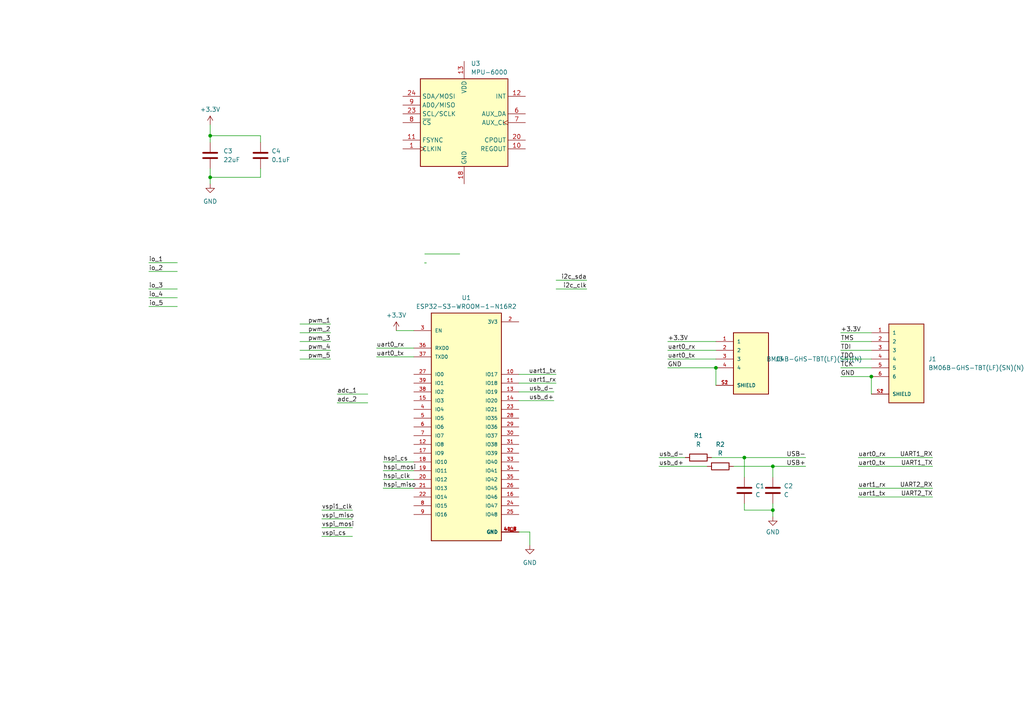
<source format=kicad_sch>
(kicad_sch (version 20230121) (generator eeschema)

  (uuid 988ee502-8596-4ebe-9b99-0eb76e7d156a)

  (paper "A4")

  (lib_symbols
    (symbol "Device:C" (pin_numbers hide) (pin_names (offset 0.254)) (in_bom yes) (on_board yes)
      (property "Reference" "C" (at 0.635 2.54 0)
        (effects (font (size 1.27 1.27)) (justify left))
      )
      (property "Value" "C" (at 0.635 -2.54 0)
        (effects (font (size 1.27 1.27)) (justify left))
      )
      (property "Footprint" "" (at 0.9652 -3.81 0)
        (effects (font (size 1.27 1.27)) hide)
      )
      (property "Datasheet" "~" (at 0 0 0)
        (effects (font (size 1.27 1.27)) hide)
      )
      (property "ki_keywords" "cap capacitor" (at 0 0 0)
        (effects (font (size 1.27 1.27)) hide)
      )
      (property "ki_description" "Unpolarized capacitor" (at 0 0 0)
        (effects (font (size 1.27 1.27)) hide)
      )
      (property "ki_fp_filters" "C_*" (at 0 0 0)
        (effects (font (size 1.27 1.27)) hide)
      )
      (symbol "C_0_1"
        (polyline
          (pts
            (xy -2.032 -0.762)
            (xy 2.032 -0.762)
          )
          (stroke (width 0.508) (type default))
          (fill (type none))
        )
        (polyline
          (pts
            (xy -2.032 0.762)
            (xy 2.032 0.762)
          )
          (stroke (width 0.508) (type default))
          (fill (type none))
        )
      )
      (symbol "C_1_1"
        (pin passive line (at 0 3.81 270) (length 2.794)
          (name "~" (effects (font (size 1.27 1.27))))
          (number "1" (effects (font (size 1.27 1.27))))
        )
        (pin passive line (at 0 -3.81 90) (length 2.794)
          (name "~" (effects (font (size 1.27 1.27))))
          (number "2" (effects (font (size 1.27 1.27))))
        )
      )
    )
    (symbol "Device:R" (pin_numbers hide) (pin_names (offset 0)) (in_bom yes) (on_board yes)
      (property "Reference" "R" (at 2.032 0 90)
        (effects (font (size 1.27 1.27)))
      )
      (property "Value" "R" (at 0 0 90)
        (effects (font (size 1.27 1.27)))
      )
      (property "Footprint" "" (at -1.778 0 90)
        (effects (font (size 1.27 1.27)) hide)
      )
      (property "Datasheet" "~" (at 0 0 0)
        (effects (font (size 1.27 1.27)) hide)
      )
      (property "ki_keywords" "R res resistor" (at 0 0 0)
        (effects (font (size 1.27 1.27)) hide)
      )
      (property "ki_description" "Resistor" (at 0 0 0)
        (effects (font (size 1.27 1.27)) hide)
      )
      (property "ki_fp_filters" "R_*" (at 0 0 0)
        (effects (font (size 1.27 1.27)) hide)
      )
      (symbol "R_0_1"
        (rectangle (start -1.016 -2.54) (end 1.016 2.54)
          (stroke (width 0.254) (type default))
          (fill (type none))
        )
      )
      (symbol "R_1_1"
        (pin passive line (at 0 3.81 270) (length 1.27)
          (name "~" (effects (font (size 1.27 1.27))))
          (number "1" (effects (font (size 1.27 1.27))))
        )
        (pin passive line (at 0 -3.81 90) (length 1.27)
          (name "~" (effects (font (size 1.27 1.27))))
          (number "2" (effects (font (size 1.27 1.27))))
        )
      )
    )
    (symbol "ESP32-S3-WROOM-1:ESP32-S3-WROOM-1-N16R2" (pin_names (offset 1.016)) (in_bom yes) (on_board yes)
      (property "Reference" "U" (at -10.16 34.1122 0)
        (effects (font (size 1.27 1.27)) (justify left bottom))
      )
      (property "Value" "ESP32-S3-WROOM-1-N16R2" (at -10.16 -35.56 0)
        (effects (font (size 1.27 1.27)) (justify left bottom))
      )
      (property "Footprint" "XCVR_ESP32-S3-WROOM-1-N16R2" (at 0 0 0)
        (effects (font (size 1.27 1.27)) (justify bottom) hide)
      )
      (property "Datasheet" "" (at 0 0 0)
        (effects (font (size 1.27 1.27)) hide)
      )
      (property "PARTREV" "v1.0" (at 0 0 0)
        (effects (font (size 1.27 1.27)) (justify bottom) hide)
      )
      (property "MANUFACTURER" "Espressif" (at 0 0 0)
        (effects (font (size 1.27 1.27)) (justify bottom) hide)
      )
      (property "MAXIMUM_PACKAGE_HEIGHT" "3.25mm" (at 0 0 0)
        (effects (font (size 1.27 1.27)) (justify bottom) hide)
      )
      (property "STANDARD" "Manufacturer Recommendations" (at 0 0 0)
        (effects (font (size 1.27 1.27)) (justify bottom) hide)
      )
      (symbol "ESP32-S3-WROOM-1-N16R2_0_0"
        (rectangle (start -10.16 -33.02) (end 10.16 33.02)
          (stroke (width 0.254) (type default))
          (fill (type background))
        )
        (pin power_in line (at 15.24 -30.48 180) (length 5.08)
          (name "GND" (effects (font (size 1.016 1.016))))
          (number "1" (effects (font (size 1.016 1.016))))
        )
        (pin bidirectional line (at 15.24 15.24 180) (length 5.08)
          (name "IO17" (effects (font (size 1.016 1.016))))
          (number "10" (effects (font (size 1.016 1.016))))
        )
        (pin bidirectional line (at 15.24 12.7 180) (length 5.08)
          (name "IO18" (effects (font (size 1.016 1.016))))
          (number "11" (effects (font (size 1.016 1.016))))
        )
        (pin bidirectional line (at -15.24 -5.08 0) (length 5.08)
          (name "IO8" (effects (font (size 1.016 1.016))))
          (number "12" (effects (font (size 1.016 1.016))))
        )
        (pin bidirectional line (at 15.24 10.16 180) (length 5.08)
          (name "IO19" (effects (font (size 1.016 1.016))))
          (number "13" (effects (font (size 1.016 1.016))))
        )
        (pin bidirectional line (at 15.24 7.62 180) (length 5.08)
          (name "IO20" (effects (font (size 1.016 1.016))))
          (number "14" (effects (font (size 1.016 1.016))))
        )
        (pin bidirectional line (at -15.24 7.62 0) (length 5.08)
          (name "IO3" (effects (font (size 1.016 1.016))))
          (number "15" (effects (font (size 1.016 1.016))))
        )
        (pin bidirectional line (at 15.24 -20.32 180) (length 5.08)
          (name "IO46" (effects (font (size 1.016 1.016))))
          (number "16" (effects (font (size 1.016 1.016))))
        )
        (pin bidirectional line (at -15.24 -7.62 0) (length 5.08)
          (name "IO9" (effects (font (size 1.016 1.016))))
          (number "17" (effects (font (size 1.016 1.016))))
        )
        (pin bidirectional line (at -15.24 -10.16 0) (length 5.08)
          (name "IO10" (effects (font (size 1.016 1.016))))
          (number "18" (effects (font (size 1.016 1.016))))
        )
        (pin bidirectional line (at -15.24 -12.7 0) (length 5.08)
          (name "IO11" (effects (font (size 1.016 1.016))))
          (number "19" (effects (font (size 1.016 1.016))))
        )
        (pin power_in line (at 15.24 30.48 180) (length 5.08)
          (name "3V3" (effects (font (size 1.016 1.016))))
          (number "2" (effects (font (size 1.016 1.016))))
        )
        (pin bidirectional line (at -15.24 -15.24 0) (length 5.08)
          (name "IO12" (effects (font (size 1.016 1.016))))
          (number "20" (effects (font (size 1.016 1.016))))
        )
        (pin bidirectional line (at -15.24 -17.78 0) (length 5.08)
          (name "IO13" (effects (font (size 1.016 1.016))))
          (number "21" (effects (font (size 1.016 1.016))))
        )
        (pin bidirectional line (at -15.24 -20.32 0) (length 5.08)
          (name "IO14" (effects (font (size 1.016 1.016))))
          (number "22" (effects (font (size 1.016 1.016))))
        )
        (pin bidirectional line (at 15.24 5.08 180) (length 5.08)
          (name "IO21" (effects (font (size 1.016 1.016))))
          (number "23" (effects (font (size 1.016 1.016))))
        )
        (pin bidirectional line (at 15.24 -22.86 180) (length 5.08)
          (name "IO47" (effects (font (size 1.016 1.016))))
          (number "24" (effects (font (size 1.016 1.016))))
        )
        (pin bidirectional line (at 15.24 -25.4 180) (length 5.08)
          (name "IO48" (effects (font (size 1.016 1.016))))
          (number "25" (effects (font (size 1.016 1.016))))
        )
        (pin bidirectional line (at 15.24 -17.78 180) (length 5.08)
          (name "IO45" (effects (font (size 1.016 1.016))))
          (number "26" (effects (font (size 1.016 1.016))))
        )
        (pin bidirectional line (at -15.24 15.24 0) (length 5.08)
          (name "IO0" (effects (font (size 1.016 1.016))))
          (number "27" (effects (font (size 1.016 1.016))))
        )
        (pin bidirectional line (at 15.24 2.54 180) (length 5.08)
          (name "IO35" (effects (font (size 1.016 1.016))))
          (number "28" (effects (font (size 1.016 1.016))))
        )
        (pin bidirectional line (at 15.24 0 180) (length 5.08)
          (name "IO36" (effects (font (size 1.016 1.016))))
          (number "29" (effects (font (size 1.016 1.016))))
        )
        (pin input line (at -15.24 27.94 0) (length 5.08)
          (name "EN" (effects (font (size 1.016 1.016))))
          (number "3" (effects (font (size 1.016 1.016))))
        )
        (pin bidirectional line (at 15.24 -2.54 180) (length 5.08)
          (name "IO37" (effects (font (size 1.016 1.016))))
          (number "30" (effects (font (size 1.016 1.016))))
        )
        (pin bidirectional line (at 15.24 -5.08 180) (length 5.08)
          (name "IO38" (effects (font (size 1.016 1.016))))
          (number "31" (effects (font (size 1.016 1.016))))
        )
        (pin bidirectional line (at 15.24 -7.62 180) (length 5.08)
          (name "IO39" (effects (font (size 1.016 1.016))))
          (number "32" (effects (font (size 1.016 1.016))))
        )
        (pin bidirectional line (at 15.24 -10.16 180) (length 5.08)
          (name "IO40" (effects (font (size 1.016 1.016))))
          (number "33" (effects (font (size 1.016 1.016))))
        )
        (pin bidirectional line (at 15.24 -12.7 180) (length 5.08)
          (name "IO41" (effects (font (size 1.016 1.016))))
          (number "34" (effects (font (size 1.016 1.016))))
        )
        (pin bidirectional line (at 15.24 -15.24 180) (length 5.08)
          (name "IO42" (effects (font (size 1.016 1.016))))
          (number "35" (effects (font (size 1.016 1.016))))
        )
        (pin bidirectional line (at -15.24 22.86 0) (length 5.08)
          (name "RXD0" (effects (font (size 1.016 1.016))))
          (number "36" (effects (font (size 1.016 1.016))))
        )
        (pin bidirectional line (at -15.24 20.32 0) (length 5.08)
          (name "TXD0" (effects (font (size 1.016 1.016))))
          (number "37" (effects (font (size 1.016 1.016))))
        )
        (pin bidirectional line (at -15.24 10.16 0) (length 5.08)
          (name "IO2" (effects (font (size 1.016 1.016))))
          (number "38" (effects (font (size 1.016 1.016))))
        )
        (pin bidirectional line (at -15.24 12.7 0) (length 5.08)
          (name "IO1" (effects (font (size 1.016 1.016))))
          (number "39" (effects (font (size 1.016 1.016))))
        )
        (pin bidirectional line (at -15.24 5.08 0) (length 5.08)
          (name "IO4" (effects (font (size 1.016 1.016))))
          (number "4" (effects (font (size 1.016 1.016))))
        )
        (pin power_in line (at 15.24 -30.48 180) (length 5.08)
          (name "GND" (effects (font (size 1.016 1.016))))
          (number "40" (effects (font (size 1.016 1.016))))
        )
        (pin power_in line (at 15.24 -30.48 180) (length 5.08)
          (name "GND" (effects (font (size 1.016 1.016))))
          (number "41_1" (effects (font (size 1.016 1.016))))
        )
        (pin power_in line (at 15.24 -30.48 180) (length 5.08)
          (name "GND" (effects (font (size 1.016 1.016))))
          (number "41_2" (effects (font (size 1.016 1.016))))
        )
        (pin power_in line (at 15.24 -30.48 180) (length 5.08)
          (name "GND" (effects (font (size 1.016 1.016))))
          (number "41_3" (effects (font (size 1.016 1.016))))
        )
        (pin power_in line (at 15.24 -30.48 180) (length 5.08)
          (name "GND" (effects (font (size 1.016 1.016))))
          (number "41_4" (effects (font (size 1.016 1.016))))
        )
        (pin power_in line (at 15.24 -30.48 180) (length 5.08)
          (name "GND" (effects (font (size 1.016 1.016))))
          (number "41_5" (effects (font (size 1.016 1.016))))
        )
        (pin power_in line (at 15.24 -30.48 180) (length 5.08)
          (name "GND" (effects (font (size 1.016 1.016))))
          (number "41_6" (effects (font (size 1.016 1.016))))
        )
        (pin power_in line (at 15.24 -30.48 180) (length 5.08)
          (name "GND" (effects (font (size 1.016 1.016))))
          (number "41_7" (effects (font (size 1.016 1.016))))
        )
        (pin power_in line (at 15.24 -30.48 180) (length 5.08)
          (name "GND" (effects (font (size 1.016 1.016))))
          (number "41_8" (effects (font (size 1.016 1.016))))
        )
        (pin power_in line (at 15.24 -30.48 180) (length 5.08)
          (name "GND" (effects (font (size 1.016 1.016))))
          (number "41_9" (effects (font (size 1.016 1.016))))
        )
        (pin bidirectional line (at -15.24 2.54 0) (length 5.08)
          (name "IO5" (effects (font (size 1.016 1.016))))
          (number "5" (effects (font (size 1.016 1.016))))
        )
        (pin bidirectional line (at -15.24 0 0) (length 5.08)
          (name "IO6" (effects (font (size 1.016 1.016))))
          (number "6" (effects (font (size 1.016 1.016))))
        )
        (pin bidirectional line (at -15.24 -2.54 0) (length 5.08)
          (name "IO7" (effects (font (size 1.016 1.016))))
          (number "7" (effects (font (size 1.016 1.016))))
        )
        (pin bidirectional line (at -15.24 -22.86 0) (length 5.08)
          (name "IO15" (effects (font (size 1.016 1.016))))
          (number "8" (effects (font (size 1.016 1.016))))
        )
        (pin bidirectional line (at -15.24 -25.4 0) (length 5.08)
          (name "IO16" (effects (font (size 1.016 1.016))))
          (number "9" (effects (font (size 1.016 1.016))))
        )
      )
    )
    (symbol "JST-GHS-1.25-BM04B:BM04B-GHS-TBT(LF)(SN)(N)" (pin_names (offset 1.016)) (in_bom yes) (on_board yes)
      (property "Reference" "J" (at -5.08 7.62 0)
        (effects (font (size 1.27 1.27)) (justify left bottom))
      )
      (property "Value" "BM04B-GHS-TBT(LF)(SN)(N)" (at -5.08 -12.7 0)
        (effects (font (size 1.27 1.27)) (justify left bottom))
      )
      (property "Footprint" "JST_BM04B-GHS-TBT(LF)(SN)(N)" (at 0 0 0)
        (effects (font (size 1.27 1.27)) (justify bottom) hide)
      )
      (property "Datasheet" "" (at 0 0 0)
        (effects (font (size 1.27 1.27)) hide)
      )
      (property "PARTREV" "N/A" (at 0 0 0)
        (effects (font (size 1.27 1.27)) (justify bottom) hide)
      )
      (property "MANUFACTURER" "JST" (at 0 0 0)
        (effects (font (size 1.27 1.27)) (justify bottom) hide)
      )
      (property "MAXIMUM_PACKAGE_HEIGHT" "4.05mm" (at 0 0 0)
        (effects (font (size 1.27 1.27)) (justify bottom) hide)
      )
      (property "STANDARD" "Manufacturer Recommendations" (at 0 0 0)
        (effects (font (size 1.27 1.27)) (justify bottom) hide)
      )
      (symbol "BM04B-GHS-TBT(LF)(SN)(N)_0_0"
        (rectangle (start -5.08 -10.16) (end 5.08 7.62)
          (stroke (width 0.254) (type default))
          (fill (type background))
        )
        (pin passive line (at -10.16 5.08 0) (length 5.08)
          (name "1" (effects (font (size 1.016 1.016))))
          (number "1" (effects (font (size 1.016 1.016))))
        )
        (pin passive line (at -10.16 2.54 0) (length 5.08)
          (name "2" (effects (font (size 1.016 1.016))))
          (number "2" (effects (font (size 1.016 1.016))))
        )
        (pin passive line (at -10.16 0 0) (length 5.08)
          (name "3" (effects (font (size 1.016 1.016))))
          (number "3" (effects (font (size 1.016 1.016))))
        )
        (pin passive line (at -10.16 -2.54 0) (length 5.08)
          (name "4" (effects (font (size 1.016 1.016))))
          (number "4" (effects (font (size 1.016 1.016))))
        )
        (pin passive line (at -10.16 -7.62 0) (length 5.08)
          (name "SHIELD" (effects (font (size 1.016 1.016))))
          (number "S1" (effects (font (size 1.016 1.016))))
        )
        (pin passive line (at -10.16 -7.62 0) (length 5.08)
          (name "SHIELD" (effects (font (size 1.016 1.016))))
          (number "S2" (effects (font (size 1.016 1.016))))
        )
      )
    )
    (symbol "JST-GHS-1.25-BM06B:BM06B-GHS-TBT(LF)(SN)(N)" (pin_names (offset 1.016)) (in_bom yes) (on_board yes)
      (property "Reference" "J" (at -5.08 10.16 0)
        (effects (font (size 1.27 1.27)) (justify left bottom))
      )
      (property "Value" "BM06B-GHS-TBT(LF)(SN)(N)" (at -5.08 -15.24 0)
        (effects (font (size 1.27 1.27)) (justify left bottom))
      )
      (property "Footprint" "JST_BM06B-GHS-TBT(LF)(SN)(N)" (at 0 0 0)
        (effects (font (size 1.27 1.27)) (justify bottom) hide)
      )
      (property "Datasheet" "" (at 0 0 0)
        (effects (font (size 1.27 1.27)) hide)
      )
      (property "PARTREV" "N/A" (at 0 0 0)
        (effects (font (size 1.27 1.27)) (justify bottom) hide)
      )
      (property "MANUFACTURER" "JST" (at 0 0 0)
        (effects (font (size 1.27 1.27)) (justify bottom) hide)
      )
      (property "MAXIMUM_PACKAGE_HEIGHT" "4.05mm" (at 0 0 0)
        (effects (font (size 1.27 1.27)) (justify bottom) hide)
      )
      (property "STANDARD" "Manufacturer Recommendations" (at 0 0 0)
        (effects (font (size 1.27 1.27)) (justify bottom) hide)
      )
      (symbol "BM06B-GHS-TBT(LF)(SN)(N)_0_0"
        (rectangle (start -5.08 -12.7) (end 5.08 10.16)
          (stroke (width 0.254) (type default))
          (fill (type background))
        )
        (pin passive line (at -10.16 7.62 0) (length 5.08)
          (name "1" (effects (font (size 1.016 1.016))))
          (number "1" (effects (font (size 1.016 1.016))))
        )
        (pin passive line (at -10.16 5.08 0) (length 5.08)
          (name "2" (effects (font (size 1.016 1.016))))
          (number "2" (effects (font (size 1.016 1.016))))
        )
        (pin passive line (at -10.16 2.54 0) (length 5.08)
          (name "3" (effects (font (size 1.016 1.016))))
          (number "3" (effects (font (size 1.016 1.016))))
        )
        (pin passive line (at -10.16 0 0) (length 5.08)
          (name "4" (effects (font (size 1.016 1.016))))
          (number "4" (effects (font (size 1.016 1.016))))
        )
        (pin passive line (at -10.16 -2.54 0) (length 5.08)
          (name "5" (effects (font (size 1.016 1.016))))
          (number "5" (effects (font (size 1.016 1.016))))
        )
        (pin passive line (at -10.16 -5.08 0) (length 5.08)
          (name "6" (effects (font (size 1.016 1.016))))
          (number "6" (effects (font (size 1.016 1.016))))
        )
        (pin passive line (at -10.16 -10.16 0) (length 5.08)
          (name "SHIELD" (effects (font (size 1.016 1.016))))
          (number "S1" (effects (font (size 1.016 1.016))))
        )
        (pin passive line (at -10.16 -10.16 0) (length 5.08)
          (name "SHIELD" (effects (font (size 1.016 1.016))))
          (number "S2" (effects (font (size 1.016 1.016))))
        )
      )
    )
    (symbol "Sensor_Motion:MPU-6000" (in_bom yes) (on_board yes)
      (property "Reference" "U" (at -11.43 13.97 0)
        (effects (font (size 1.27 1.27)))
      )
      (property "Value" "MPU-6000" (at 7.62 -13.97 0)
        (effects (font (size 1.27 1.27)))
      )
      (property "Footprint" "Sensor_Motion:InvenSense_QFN-24_4x4mm_P0.5mm" (at 0 -20.32 0)
        (effects (font (size 1.27 1.27)) hide)
      )
      (property "Datasheet" "https://invensense.tdk.com/wp-content/uploads/2015/02/MPU-6000-Datasheet1.pdf" (at 0 -3.81 0)
        (effects (font (size 1.27 1.27)) hide)
      )
      (property "ki_keywords" "mems" (at 0 0 0)
        (effects (font (size 1.27 1.27)) hide)
      )
      (property "ki_description" "InvenSense 6-Axis Motion Sensor, Gyroscope, Accelerometer, I2C/SPI" (at 0 0 0)
        (effects (font (size 1.27 1.27)) hide)
      )
      (property "ki_fp_filters" "*QFN?24*4x4mm*P0.5mm*" (at 0 0 0)
        (effects (font (size 1.27 1.27)) hide)
      )
      (symbol "MPU-6000_0_1"
        (rectangle (start -12.7 12.7) (end 12.7 -12.7)
          (stroke (width 0.254) (type default))
          (fill (type background))
        )
      )
      (symbol "MPU-6000_1_1"
        (pin input clock (at -17.78 -7.62 0) (length 5.08)
          (name "CLKIN" (effects (font (size 1.27 1.27))))
          (number "1" (effects (font (size 1.27 1.27))))
        )
        (pin passive line (at 17.78 -7.62 180) (length 5.08)
          (name "REGOUT" (effects (font (size 1.27 1.27))))
          (number "10" (effects (font (size 1.27 1.27))))
        )
        (pin input line (at -17.78 -5.08 0) (length 5.08)
          (name "FSYNC" (effects (font (size 1.27 1.27))))
          (number "11" (effects (font (size 1.27 1.27))))
        )
        (pin output line (at 17.78 7.62 180) (length 5.08)
          (name "INT" (effects (font (size 1.27 1.27))))
          (number "12" (effects (font (size 1.27 1.27))))
        )
        (pin power_in line (at 0 17.78 270) (length 5.08)
          (name "VDD" (effects (font (size 1.27 1.27))))
          (number "13" (effects (font (size 1.27 1.27))))
        )
        (pin power_in line (at 0 -17.78 90) (length 5.08)
          (name "GND" (effects (font (size 1.27 1.27))))
          (number "18" (effects (font (size 1.27 1.27))))
        )
        (pin passive line (at 17.78 -5.08 180) (length 5.08)
          (name "CPOUT" (effects (font (size 1.27 1.27))))
          (number "20" (effects (font (size 1.27 1.27))))
        )
        (pin input line (at -17.78 2.54 0) (length 5.08)
          (name "SCL/SCLK" (effects (font (size 1.27 1.27))))
          (number "23" (effects (font (size 1.27 1.27))))
        )
        (pin bidirectional line (at -17.78 7.62 0) (length 5.08)
          (name "SDA/MOSI" (effects (font (size 1.27 1.27))))
          (number "24" (effects (font (size 1.27 1.27))))
        )
        (pin bidirectional line (at 17.78 2.54 180) (length 5.08)
          (name "AUX_DA" (effects (font (size 1.27 1.27))))
          (number "6" (effects (font (size 1.27 1.27))))
        )
        (pin output clock (at 17.78 0 180) (length 5.08)
          (name "AUX_CL" (effects (font (size 1.27 1.27))))
          (number "7" (effects (font (size 1.27 1.27))))
        )
        (pin input line (at -17.78 0 0) (length 5.08)
          (name "~{CS}" (effects (font (size 1.27 1.27))))
          (number "8" (effects (font (size 1.27 1.27))))
        )
        (pin bidirectional line (at -17.78 5.08 0) (length 5.08)
          (name "AD0/MISO" (effects (font (size 1.27 1.27))))
          (number "9" (effects (font (size 1.27 1.27))))
        )
      )
    )
    (symbol "power:+3.3V" (power) (pin_names (offset 0)) (in_bom yes) (on_board yes)
      (property "Reference" "#PWR" (at 0 -3.81 0)
        (effects (font (size 1.27 1.27)) hide)
      )
      (property "Value" "+3.3V" (at 0 3.556 0)
        (effects (font (size 1.27 1.27)))
      )
      (property "Footprint" "" (at 0 0 0)
        (effects (font (size 1.27 1.27)) hide)
      )
      (property "Datasheet" "" (at 0 0 0)
        (effects (font (size 1.27 1.27)) hide)
      )
      (property "ki_keywords" "global power" (at 0 0 0)
        (effects (font (size 1.27 1.27)) hide)
      )
      (property "ki_description" "Power symbol creates a global label with name \"+3.3V\"" (at 0 0 0)
        (effects (font (size 1.27 1.27)) hide)
      )
      (symbol "+3.3V_0_1"
        (polyline
          (pts
            (xy -0.762 1.27)
            (xy 0 2.54)
          )
          (stroke (width 0) (type default))
          (fill (type none))
        )
        (polyline
          (pts
            (xy 0 0)
            (xy 0 2.54)
          )
          (stroke (width 0) (type default))
          (fill (type none))
        )
        (polyline
          (pts
            (xy 0 2.54)
            (xy 0.762 1.27)
          )
          (stroke (width 0) (type default))
          (fill (type none))
        )
      )
      (symbol "+3.3V_1_1"
        (pin power_in line (at 0 0 90) (length 0) hide
          (name "+3.3V" (effects (font (size 1.27 1.27))))
          (number "1" (effects (font (size 1.27 1.27))))
        )
      )
    )
    (symbol "power:GND" (power) (pin_names (offset 0)) (in_bom yes) (on_board yes)
      (property "Reference" "#PWR" (at 0 -6.35 0)
        (effects (font (size 1.27 1.27)) hide)
      )
      (property "Value" "GND" (at 0 -3.81 0)
        (effects (font (size 1.27 1.27)))
      )
      (property "Footprint" "" (at 0 0 0)
        (effects (font (size 1.27 1.27)) hide)
      )
      (property "Datasheet" "" (at 0 0 0)
        (effects (font (size 1.27 1.27)) hide)
      )
      (property "ki_keywords" "global power" (at 0 0 0)
        (effects (font (size 1.27 1.27)) hide)
      )
      (property "ki_description" "Power symbol creates a global label with name \"GND\" , ground" (at 0 0 0)
        (effects (font (size 1.27 1.27)) hide)
      )
      (symbol "GND_0_1"
        (polyline
          (pts
            (xy 0 0)
            (xy 0 -1.27)
            (xy 1.27 -1.27)
            (xy 0 -2.54)
            (xy -1.27 -1.27)
            (xy 0 -1.27)
          )
          (stroke (width 0) (type default))
          (fill (type none))
        )
      )
      (symbol "GND_1_1"
        (pin power_in line (at 0 0 270) (length 0) hide
          (name "GND" (effects (font (size 1.27 1.27))))
          (number "1" (effects (font (size 1.27 1.27))))
        )
      )
    )
  )

  (junction (at 215.9 132.715) (diameter 0) (color 0 0 0 0)
    (uuid 069e270e-6b7f-4bae-8ee9-44c06b32b856)
  )
  (junction (at 224.155 147.955) (diameter 0) (color 0 0 0 0)
    (uuid 185b7691-c178-4e01-84c4-b132133cbb6d)
  )
  (junction (at 207.645 106.68) (diameter 0) (color 0 0 0 0)
    (uuid 55614e71-0068-4685-9218-324d4b815fdb)
  )
  (junction (at 224.155 135.255) (diameter 0) (color 0 0 0 0)
    (uuid 8bd1d6b7-0bd2-450a-9c92-b7921e5ea7e1)
  )
  (junction (at 60.96 51.435) (diameter 0) (color 0 0 0 0)
    (uuid 924313bc-6ef6-408f-ade9-a24fb067f1b3)
  )
  (junction (at 252.73 109.22) (diameter 0) (color 0 0 0 0)
    (uuid cfeec733-126b-4ea6-9bdd-a92c1b9a7b9e)
  )
  (junction (at 60.96 39.37) (diameter 0) (color 0 0 0 0)
    (uuid e3d2b46c-45a7-439d-b71f-85282e3cfe6a)
  )

  (wire (pts (xy 86.995 99.06) (xy 95.885 99.06))
    (stroke (width 0) (type default))
    (uuid 00bc2a4c-27b6-41fe-ae7b-dca33fd4387f)
  )
  (wire (pts (xy 111.125 133.985) (xy 120.015 133.985))
    (stroke (width 0) (type default))
    (uuid 0b391f7e-e1d9-4c4e-ac18-257f02dae8a1)
  )
  (wire (pts (xy 86.995 104.14) (xy 95.885 104.14))
    (stroke (width 0) (type default))
    (uuid 0b470049-5381-4384-af6b-9cc2530c8d85)
  )
  (wire (pts (xy 43.18 88.9) (xy 51.435 88.9))
    (stroke (width 0) (type default))
    (uuid 127e3888-e0c2-4a9d-acd1-e71bd4feec78)
  )
  (wire (pts (xy 193.675 104.14) (xy 207.645 104.14))
    (stroke (width 0) (type default))
    (uuid 1657f457-3606-49c0-84f9-cba544700490)
  )
  (wire (pts (xy 60.96 48.895) (xy 60.96 51.435))
    (stroke (width 0) (type default))
    (uuid 169b7423-22d8-48d3-9f92-8a366ea511be)
  )
  (wire (pts (xy 191.135 132.715) (xy 198.755 132.715))
    (stroke (width 0) (type default))
    (uuid 19e83388-511c-4dd3-a45a-e74f25c10baf)
  )
  (wire (pts (xy 123.19 76.2) (xy 123.19 76.2617))
    (stroke (width 0) (type default))
    (uuid 1c9e17f2-4d7e-4749-988d-2237f3ea2eac)
  )
  (wire (pts (xy 102.235 153.035) (xy 93.345 153.035))
    (stroke (width 0) (type default))
    (uuid 1cf2d3f2-cd26-4fd4-b8d0-08c728f4f40d)
  )
  (wire (pts (xy 215.9 132.715) (xy 233.68 132.715))
    (stroke (width 0) (type default))
    (uuid 2022dc65-49e5-4f7c-8780-4c1a963d7d93)
  )
  (wire (pts (xy 207.645 106.68) (xy 207.645 111.76))
    (stroke (width 0) (type default))
    (uuid 283e8459-9929-4ee6-8325-00a0231d3fb8)
  )
  (wire (pts (xy 248.92 132.715) (xy 270.51 132.715))
    (stroke (width 0) (type default))
    (uuid 2b4c94b2-59e6-4f0a-8d59-7e9156a06712)
  )
  (wire (pts (xy 102.235 150.495) (xy 93.345 150.495))
    (stroke (width 0) (type default))
    (uuid 2c435910-ae2a-4d74-9837-f4d366443d5e)
  )
  (wire (pts (xy 224.155 146.05) (xy 224.155 147.955))
    (stroke (width 0) (type default))
    (uuid 33fd07bc-2916-40f5-b88d-b03095b048cf)
  )
  (wire (pts (xy 86.995 96.52) (xy 95.885 96.52))
    (stroke (width 0) (type default))
    (uuid 3bd53ab6-8b58-4f42-989e-926e1bc526ee)
  )
  (wire (pts (xy 206.375 132.715) (xy 215.9 132.715))
    (stroke (width 0) (type default))
    (uuid 3cf69cfe-2338-4e75-b817-35d6fada402a)
  )
  (wire (pts (xy 224.155 138.43) (xy 224.155 135.255))
    (stroke (width 0) (type default))
    (uuid 3e9291a1-13dc-4106-8c74-a0e92f0a9ffd)
  )
  (wire (pts (xy 243.84 99.06) (xy 252.73 99.06))
    (stroke (width 0) (type default))
    (uuid 409ce46b-5b38-4f02-a42b-a0fcef206969)
  )
  (wire (pts (xy 60.96 51.435) (xy 60.96 53.34))
    (stroke (width 0) (type default))
    (uuid 415fb162-5bfb-42d1-b33a-6afc0eb67e4e)
  )
  (wire (pts (xy 161.29 81.28) (xy 170.18 81.28))
    (stroke (width 0) (type default))
    (uuid 50fc2520-6d6f-40c3-b0c0-b44ae9dc17b5)
  )
  (wire (pts (xy 97.79 116.84) (xy 106.68 116.84))
    (stroke (width 0) (type default))
    (uuid 544a798b-598d-4c3c-ab8c-37b9893e364b)
  )
  (wire (pts (xy 153.67 154.305) (xy 153.67 158.115))
    (stroke (width 0) (type default))
    (uuid 5991c333-4524-426e-a9b3-7ed711e333cf)
  )
  (wire (pts (xy 123.19 73.66) (xy 133.35 73.66))
    (stroke (width 0) (type default))
    (uuid 60adf3b3-b201-4274-8ea0-fcafc8e4f274)
  )
  (wire (pts (xy 243.84 101.6) (xy 252.73 101.6))
    (stroke (width 0) (type default))
    (uuid 62fe08a5-47b4-4767-a319-08f1c63b518d)
  )
  (wire (pts (xy 43.18 78.74) (xy 51.435 78.74))
    (stroke (width 0) (type default))
    (uuid 6e6796ae-9fe3-41d0-9654-afa8aea3d092)
  )
  (wire (pts (xy 75.565 39.37) (xy 75.565 41.275))
    (stroke (width 0) (type default))
    (uuid 70513647-c61f-4f89-95ca-91e3e02363c2)
  )
  (wire (pts (xy 43.18 86.36) (xy 51.435 86.36))
    (stroke (width 0) (type default))
    (uuid 78cd0d4d-2e6f-47cb-ac46-4ee61ec3946c)
  )
  (wire (pts (xy 248.92 141.605) (xy 270.51 141.605))
    (stroke (width 0) (type default))
    (uuid 7a1eedc1-bfa8-497c-9fd5-bd10cc8f832e)
  )
  (wire (pts (xy 150.495 111.125) (xy 161.29 111.125))
    (stroke (width 0) (type default))
    (uuid 827f858f-f329-4f4c-967d-04ad3c6d3fbe)
  )
  (wire (pts (xy 248.92 144.145) (xy 270.51 144.145))
    (stroke (width 0) (type default))
    (uuid 85db4d7e-44b6-4a68-adf5-991e7dab55af)
  )
  (wire (pts (xy 150.495 108.585) (xy 161.29 108.585))
    (stroke (width 0) (type default))
    (uuid 892595f5-6675-4ec5-a6e7-6812327b35ab)
  )
  (wire (pts (xy 93.345 155.575) (xy 102.235 155.575))
    (stroke (width 0) (type default))
    (uuid 8addf93f-2161-4b04-8ada-7f7852d29a2e)
  )
  (wire (pts (xy 111.125 141.605) (xy 120.015 141.605))
    (stroke (width 0) (type default))
    (uuid 8bac028d-cd25-468d-8a0d-82c032b79f9b)
  )
  (wire (pts (xy 193.675 99.06) (xy 207.645 99.06))
    (stroke (width 0) (type default))
    (uuid 90d1744b-f43c-4f2e-97d1-dc4be1ad241b)
  )
  (wire (pts (xy 60.96 39.37) (xy 75.565 39.37))
    (stroke (width 0) (type default))
    (uuid 9237df6a-ec4d-4468-97d7-fb772843e6b5)
  )
  (wire (pts (xy 86.995 93.98) (xy 95.885 93.98))
    (stroke (width 0) (type default))
    (uuid 967fe9d9-63ac-44e6-8ccb-f29ec1ff0b19)
  )
  (wire (pts (xy 75.565 48.895) (xy 75.565 51.435))
    (stroke (width 0) (type default))
    (uuid 9819441e-ab02-4fd7-8e51-b655d583ff73)
  )
  (wire (pts (xy 60.96 39.37) (xy 60.96 41.275))
    (stroke (width 0) (type default))
    (uuid 9c6bfdac-c5e5-4847-97d7-acf402dd0ab5)
  )
  (wire (pts (xy 160.655 116.205) (xy 150.495 116.205))
    (stroke (width 0) (type default))
    (uuid 9c97f031-5447-46a9-9333-24549b1f61a5)
  )
  (wire (pts (xy 224.155 147.955) (xy 224.155 149.86))
    (stroke (width 0) (type default))
    (uuid adf9a4ec-46a1-4660-8339-be46c77f1400)
  )
  (wire (pts (xy 120.015 103.505) (xy 109.22 103.505))
    (stroke (width 0) (type default))
    (uuid af54304d-6115-42b1-b1b5-454600921437)
  )
  (wire (pts (xy 120.015 100.965) (xy 109.22 100.965))
    (stroke (width 0) (type default))
    (uuid b350921b-6123-4fb1-92c7-70b1dc82ba6a)
  )
  (wire (pts (xy 114.935 95.885) (xy 120.015 95.885))
    (stroke (width 0) (type default))
    (uuid b845fea3-7b46-4ed0-a57b-24dafeaa620b)
  )
  (wire (pts (xy 60.96 36.195) (xy 60.96 39.37))
    (stroke (width 0) (type default))
    (uuid ba30ae39-7a59-4e83-a74d-4a98d204aa62)
  )
  (wire (pts (xy 43.1312 83.82) (xy 51.435 83.82))
    (stroke (width 0) (type default))
    (uuid bbcd65e0-a672-4d8b-86e7-df454d33aecb)
  )
  (wire (pts (xy 160.655 113.665) (xy 150.495 113.665))
    (stroke (width 0) (type default))
    (uuid bc597032-64d0-423e-9fa5-e282a819d271)
  )
  (wire (pts (xy 215.9 132.715) (xy 215.9 138.43))
    (stroke (width 0) (type default))
    (uuid bd94599e-0fe2-4516-86ce-a382be6749c9)
  )
  (wire (pts (xy 111.125 136.525) (xy 120.015 136.525))
    (stroke (width 0) (type default))
    (uuid c001c8be-e97d-4293-98df-e287108ef880)
  )
  (wire (pts (xy 215.9 146.05) (xy 215.9 147.955))
    (stroke (width 0) (type default))
    (uuid c444cc13-865b-476b-949f-df47612e43a4)
  )
  (wire (pts (xy 248.92 135.255) (xy 270.51 135.255))
    (stroke (width 0) (type default))
    (uuid c6f41fc7-d06e-412b-8e8e-bfef91802907)
  )
  (wire (pts (xy 243.84 104.14) (xy 252.73 104.14))
    (stroke (width 0) (type default))
    (uuid cbd51ecf-fabc-4241-89b0-8f9d1f27a788)
  )
  (wire (pts (xy 191.135 135.255) (xy 205.105 135.255))
    (stroke (width 0) (type default))
    (uuid ccf94634-bb73-403c-a018-54067402cbf3)
  )
  (wire (pts (xy 193.675 106.68) (xy 207.645 106.68))
    (stroke (width 0) (type default))
    (uuid cd79a0fe-7090-4e02-9ba9-fed8bbad26a5)
  )
  (wire (pts (xy 161.29 83.82) (xy 170.18 83.82))
    (stroke (width 0) (type default))
    (uuid cef30269-5e47-408b-9b23-9a6dc1958280)
  )
  (wire (pts (xy 243.84 109.22) (xy 252.73 109.22))
    (stroke (width 0) (type default))
    (uuid d273cb9b-91c6-4c32-be76-568cb7b9d99b)
  )
  (wire (pts (xy 215.9 147.955) (xy 224.155 147.955))
    (stroke (width 0) (type default))
    (uuid d2a1bfa7-0627-481f-a3d4-eb2b2da2f763)
  )
  (wire (pts (xy 224.155 135.255) (xy 233.68 135.255))
    (stroke (width 0) (type default))
    (uuid d908886a-9380-4e59-9519-be375cd5cf18)
  )
  (wire (pts (xy 252.73 109.22) (xy 252.73 114.3))
    (stroke (width 0) (type default))
    (uuid da7d0df8-c1e1-49ca-892f-d45735112798)
  )
  (wire (pts (xy 43.18 76.2) (xy 51.435 76.2))
    (stroke (width 0) (type default))
    (uuid e1e0b733-2c9a-44f8-af18-1604d014e86f)
  )
  (wire (pts (xy 93.345 147.955) (xy 102.235 147.955))
    (stroke (width 0) (type default))
    (uuid e2d98c10-8675-4979-9c45-925b045f3578)
  )
  (wire (pts (xy 243.84 96.52) (xy 252.73 96.52))
    (stroke (width 0) (type default))
    (uuid ecc37431-2de6-4e09-ba3d-0f418230655f)
  )
  (wire (pts (xy 60.96 51.435) (xy 75.565 51.435))
    (stroke (width 0) (type default))
    (uuid ee604df3-0fb0-4c63-aec7-79e6063604a3)
  )
  (wire (pts (xy 111.125 139.065) (xy 120.015 139.065))
    (stroke (width 0) (type default))
    (uuid efc923ad-d81c-417e-9d11-e835f30e3c86)
  )
  (wire (pts (xy 243.84 106.68) (xy 252.73 106.68))
    (stroke (width 0) (type default))
    (uuid f13afe29-de35-42d1-8dfb-2e83ed61e4c3)
  )
  (wire (pts (xy 123.19 76.2617) (xy 123.6856 76.2617))
    (stroke (width 0) (type default))
    (uuid f1a27efa-3297-40d8-9d5a-797b0bacba4c)
  )
  (wire (pts (xy 212.725 135.255) (xy 224.155 135.255))
    (stroke (width 0) (type default))
    (uuid f66ebead-20d9-41fd-bce5-aec24b49c8ad)
  )
  (wire (pts (xy 97.79 114.3) (xy 106.68 114.3))
    (stroke (width 0) (type default))
    (uuid fb150e44-990b-47f4-a430-7627356f6073)
  )
  (wire (pts (xy 86.995 101.6) (xy 95.885 101.6))
    (stroke (width 0) (type default))
    (uuid fb58b4e5-a04f-4d9c-9c41-4a641e1d455a)
  )
  (wire (pts (xy 193.675 101.6) (xy 207.645 101.6))
    (stroke (width 0) (type default))
    (uuid feb4d07a-ab64-4dfa-ac54-580d8c539d80)
  )
  (wire (pts (xy 150.495 154.305) (xy 153.67 154.305))
    (stroke (width 0) (type default))
    (uuid fec2460d-de05-4857-808e-8231d179d7d8)
  )

  (label "pwm_3" (at 95.885 99.06 180) (fields_autoplaced)
    (effects (font (size 1.27 1.27)) (justify right bottom))
    (uuid 04ab030d-5435-47e0-b59f-f8ac9c7de377)
  )
  (label "adc_1" (at 97.79 114.3 0) (fields_autoplaced)
    (effects (font (size 1.27 1.27)) (justify left bottom))
    (uuid 059bf9af-b4ce-4b34-93fa-1a4fdb624ac2)
  )
  (label "pwm_1" (at 95.885 93.98 180) (fields_autoplaced)
    (effects (font (size 1.27 1.27)) (justify right bottom))
    (uuid 070fe221-d654-478e-b260-e20ab80bd798)
  )
  (label "io_4" (at 43.18 86.36 0) (fields_autoplaced)
    (effects (font (size 1.27 1.27)) (justify left bottom))
    (uuid 079082e3-e37d-4040-88b8-bbf227a8059a)
  )
  (label "UART2_RX" (at 270.51 141.605 180) (fields_autoplaced)
    (effects (font (size 1.27 1.27)) (justify right bottom))
    (uuid 0ff344ad-fa6f-43ce-a257-09129a1b3ea3)
  )
  (label "io_1" (at 43.18 76.2 0) (fields_autoplaced)
    (effects (font (size 1.27 1.27)) (justify left bottom))
    (uuid 118dfefc-9219-4b4f-a19d-002a877d8998)
  )
  (label "uart1_rx" (at 248.92 141.605 0) (fields_autoplaced)
    (effects (font (size 1.27 1.27)) (justify left bottom))
    (uuid 183e95a0-132e-455d-96ff-ecbe0c89be70)
  )
  (label "TCK" (at 243.84 106.68 0) (fields_autoplaced)
    (effects (font (size 1.27 1.27)) (justify left bottom))
    (uuid 18db1cb5-8cb6-4092-a199-d3fe095baf47)
  )
  (label "uart1_tx" (at 161.29 108.585 180) (fields_autoplaced)
    (effects (font (size 1.27 1.27)) (justify right bottom))
    (uuid 1afc3d05-228e-476d-bdb0-e9cf8a1611e8)
  )
  (label "TDO" (at 243.84 104.14 0) (fields_autoplaced)
    (effects (font (size 1.27 1.27)) (justify left bottom))
    (uuid 2729b430-eb07-422a-a8a6-eab3ec5f521c)
  )
  (label "i2c_sda" (at 170.18 81.28 180) (fields_autoplaced)
    (effects (font (size 1.27 1.27)) (justify right bottom))
    (uuid 2862f0a1-782f-40b0-9c89-f91134acbb66)
  )
  (label "USB-" (at 233.68 132.715 180) (fields_autoplaced)
    (effects (font (size 1.27 1.27)) (justify right bottom))
    (uuid 310c7c9d-9794-4bfb-a0eb-3f8019d300b8)
  )
  (label "io_5" (at 43.2497 88.9 0) (fields_autoplaced)
    (effects (font (size 1.27 1.27)) (justify left bottom))
    (uuid 33199718-d7a9-4438-a326-9f603424b24b)
  )
  (label "UART2_TX" (at 270.51 144.145 180) (fields_autoplaced)
    (effects (font (size 1.27 1.27)) (justify right bottom))
    (uuid 33ab4cc0-8db7-4757-b9ea-49fb56eafb1d)
  )
  (label "USB+" (at 233.68 135.255 180) (fields_autoplaced)
    (effects (font (size 1.27 1.27)) (justify right bottom))
    (uuid 3baf0b3c-4892-4f94-9dd7-277d775db04f)
  )
  (label "io_3" (at 43.18 83.82 0) (fields_autoplaced)
    (effects (font (size 1.27 1.27)) (justify left bottom))
    (uuid 3f82062f-295b-4c4f-80c0-032c2b0a5be5)
  )
  (label "GND" (at 193.675 106.68 0) (fields_autoplaced)
    (effects (font (size 1.27 1.27)) (justify left bottom))
    (uuid 413b7231-b770-47ad-b1ba-aea180c865ec)
  )
  (label "pwm_4" (at 95.885 101.6 180) (fields_autoplaced)
    (effects (font (size 1.27 1.27)) (justify right bottom))
    (uuid 46164be7-1937-4716-be42-1220ab70c9a7)
  )
  (label "uart1_rx" (at 161.29 111.125 180) (fields_autoplaced)
    (effects (font (size 1.27 1.27)) (justify right bottom))
    (uuid 52933911-adf4-4359-8edf-bccaf3e36af0)
  )
  (label "uart0_tx" (at 109.22 103.505 0) (fields_autoplaced)
    (effects (font (size 1.27 1.27)) (justify left bottom))
    (uuid 54bb36c2-9eac-428c-a531-152c3c73ee32)
  )
  (label "hspi_cs" (at 111.125 133.985 0) (fields_autoplaced)
    (effects (font (size 1.27 1.27)) (justify left bottom))
    (uuid 5d429eda-b1fc-4d23-896c-32fb79f3445e)
  )
  (label "uart0_tx" (at 193.675 104.14 0) (fields_autoplaced)
    (effects (font (size 1.27 1.27)) (justify left bottom))
    (uuid 60664e75-9e18-472f-8568-8d693e9d58b1)
  )
  (label "uart0_tx" (at 248.92 135.255 0) (fields_autoplaced)
    (effects (font (size 1.27 1.27)) (justify left bottom))
    (uuid 63831b03-0ae4-4b44-a6ef-014f0e592345)
  )
  (label "+3.3V" (at 243.84 96.52 0) (fields_autoplaced)
    (effects (font (size 1.27 1.27)) (justify left bottom))
    (uuid 68b46bc5-6dc1-412d-a007-ea1bddeac3e0)
  )
  (label "vspi_cs" (at 93.345 155.575 0) (fields_autoplaced)
    (effects (font (size 1.27 1.27)) (justify left bottom))
    (uuid 7452eba8-01e3-4d81-a256-6b9b994a562d)
  )
  (label "+3.3V" (at 193.675 99.06 0) (fields_autoplaced)
    (effects (font (size 1.27 1.27)) (justify left bottom))
    (uuid 7660cbb8-09a5-4de5-971c-5e8b423cadbb)
  )
  (label "pwm_2" (at 95.885 96.52 180) (fields_autoplaced)
    (effects (font (size 1.27 1.27)) (justify right bottom))
    (uuid 7d82896e-ebac-4580-aa01-1b86dab9cadb)
  )
  (label "usb_d-" (at 191.135 132.715 0) (fields_autoplaced)
    (effects (font (size 1.27 1.27)) (justify left bottom))
    (uuid 80e86a18-315f-41b2-b5e4-ed7c77558572)
  )
  (label "uart0_rx" (at 193.675 101.6 0) (fields_autoplaced)
    (effects (font (size 1.27 1.27)) (justify left bottom))
    (uuid 92fef1a5-98c1-4b17-abba-e1ad878a24cd)
  )
  (label "usb_d+" (at 191.135 135.255 0) (fields_autoplaced)
    (effects (font (size 1.27 1.27)) (justify left bottom))
    (uuid 975f9607-638f-4c71-99e8-484a94f91e40)
  )
  (label "vspi1_clk" (at 93.345 147.955 0) (fields_autoplaced)
    (effects (font (size 1.27 1.27)) (justify left bottom))
    (uuid 98390285-5060-4927-a598-e5b11950d090)
  )
  (label "UART1_TX" (at 270.51 135.255 180) (fields_autoplaced)
    (effects (font (size 1.27 1.27)) (justify right bottom))
    (uuid 98968894-8494-42ec-bd33-930ddb1a617b)
  )
  (label "hspi_miso" (at 111.125 141.605 0) (fields_autoplaced)
    (effects (font (size 1.27 1.27)) (justify left bottom))
    (uuid a206e95b-4a70-40ca-873d-aa07a7670026)
  )
  (label "vspi_mosi" (at 93.345 153.035 0) (fields_autoplaced)
    (effects (font (size 1.27 1.27)) (justify left bottom))
    (uuid a224623f-d523-4693-953c-83ec590e4149)
  )
  (label "GND" (at 243.84 109.22 0) (fields_autoplaced)
    (effects (font (size 1.27 1.27)) (justify left bottom))
    (uuid a8976023-412d-4f12-91be-d91317dffabe)
  )
  (label "pwm_5" (at 95.885 104.14 180) (fields_autoplaced)
    (effects (font (size 1.27 1.27)) (justify right bottom))
    (uuid aaa43c35-ba76-4c97-af03-2c90d305e845)
  )
  (label "UART1_RX" (at 270.51 132.715 180) (fields_autoplaced)
    (effects (font (size 1.27 1.27)) (justify right bottom))
    (uuid b5947072-22b1-4066-9c71-22a5a0aa8952)
  )
  (label "usb_d+" (at 160.655 116.205 180) (fields_autoplaced)
    (effects (font (size 1.27 1.27)) (justify right bottom))
    (uuid bb5952d2-9896-4ac1-8cfc-91843c54a7e6)
  )
  (label "usb_d-" (at 160.655 113.665 180) (fields_autoplaced)
    (effects (font (size 1.27 1.27)) (justify right bottom))
    (uuid bb6eb7e0-0715-428f-a4a4-472e3e8f41f6)
  )
  (label "TMS" (at 243.84 99.06 0) (fields_autoplaced)
    (effects (font (size 1.27 1.27)) (justify left bottom))
    (uuid bc773026-a8a4-4ce4-b2ab-58831ea3672d)
  )
  (label "adc_2" (at 97.79 116.84 0) (fields_autoplaced)
    (effects (font (size 1.27 1.27)) (justify left bottom))
    (uuid c8edd12d-4618-456f-b8aa-944810f4df60)
  )
  (label "uart1_tx" (at 248.92 144.145 0) (fields_autoplaced)
    (effects (font (size 1.27 1.27)) (justify left bottom))
    (uuid ccfaf0d1-cc30-433d-9bb8-df2f8b8ec7ec)
  )
  (label "io_2" (at 43.18 78.74 0) (fields_autoplaced)
    (effects (font (size 1.27 1.27)) (justify left bottom))
    (uuid d023f205-54b0-4fdc-b544-2e5c99e55c5e)
  )
  (label "vspi_miso" (at 93.345 150.495 0) (fields_autoplaced)
    (effects (font (size 1.27 1.27)) (justify left bottom))
    (uuid d44773f1-7847-465f-8d02-7991f42956df)
  )
  (label "TDI" (at 243.84 101.6 0) (fields_autoplaced)
    (effects (font (size 1.27 1.27)) (justify left bottom))
    (uuid d6a5eb84-c0b9-42d0-860d-fd647f35112a)
  )
  (label "hspi_clk" (at 111.125 139.065 0) (fields_autoplaced)
    (effects (font (size 1.27 1.27)) (justify left bottom))
    (uuid d934a595-101e-4ca7-b39d-25eb9973cee9)
  )
  (label "uart0_rx" (at 248.92 132.715 0) (fields_autoplaced)
    (effects (font (size 1.27 1.27)) (justify left bottom))
    (uuid e1630946-cc54-4449-a043-8f7ec133f2f2)
  )
  (label "hspi_mosi" (at 111.125 136.525 0) (fields_autoplaced)
    (effects (font (size 1.27 1.27)) (justify left bottom))
    (uuid eccb858b-2474-49c4-929b-dc26613c8a52)
  )
  (label "i2c_clk" (at 170.18 83.82 180) (fields_autoplaced)
    (effects (font (size 1.27 1.27)) (justify right bottom))
    (uuid f71fd27d-3777-47bc-be89-d6659b650222)
  )
  (label "uart0_rx" (at 109.22 100.965 0) (fields_autoplaced)
    (effects (font (size 1.27 1.27)) (justify left bottom))
    (uuid f8bf5599-9ac7-43eb-891f-9616908d540a)
  )

  (symbol (lib_id "Device:C") (at 75.565 45.085 0) (unit 1)
    (in_bom yes) (on_board yes) (dnp no) (fields_autoplaced)
    (uuid 0eb960fb-a7d8-4fe6-b5e7-d68d862d9ea6)
    (property "Reference" "C4" (at 78.74 43.815 0)
      (effects (font (size 1.27 1.27)) (justify left))
    )
    (property "Value" "0.1uF" (at 78.74 46.355 0)
      (effects (font (size 1.27 1.27)) (justify left))
    )
    (property "Footprint" "" (at 76.5302 48.895 0)
      (effects (font (size 1.27 1.27)) hide)
    )
    (property "Datasheet" "~" (at 75.565 45.085 0)
      (effects (font (size 1.27 1.27)) hide)
    )
    (pin "1" (uuid 88ef4b43-2d39-4d65-80bb-3f5cb3678081))
    (pin "2" (uuid c07fb966-c592-4fa8-83f5-a58c81778523))
    (instances
      (project "motion_cube"
        (path "/988ee502-8596-4ebe-9b99-0eb76e7d156a"
          (reference "C4") (unit 1)
        )
      )
    )
  )

  (symbol (lib_id "power:GND") (at 224.155 149.86 0) (unit 1)
    (in_bom yes) (on_board yes) (dnp no) (fields_autoplaced)
    (uuid 15112b84-d185-4097-8a90-15fabb35e50b)
    (property "Reference" "#PWR04" (at 224.155 156.21 0)
      (effects (font (size 1.27 1.27)) hide)
    )
    (property "Value" "GND" (at 224.155 154.305 0)
      (effects (font (size 1.27 1.27)))
    )
    (property "Footprint" "" (at 224.155 149.86 0)
      (effects (font (size 1.27 1.27)) hide)
    )
    (property "Datasheet" "" (at 224.155 149.86 0)
      (effects (font (size 1.27 1.27)) hide)
    )
    (pin "1" (uuid f6e9cf9d-96c0-43e9-9aca-aee5cfb6daa5))
    (instances
      (project "motion_cube"
        (path "/988ee502-8596-4ebe-9b99-0eb76e7d156a"
          (reference "#PWR04") (unit 1)
        )
      )
    )
  )

  (symbol (lib_id "ESP32-S3-WROOM-1:ESP32-S3-WROOM-1-N16R2") (at 135.255 123.825 0) (unit 1)
    (in_bom yes) (on_board yes) (dnp no) (fields_autoplaced)
    (uuid 1b30a3d7-ea54-4423-9c90-8499347e35ff)
    (property "Reference" "U1" (at 135.255 86.36 0)
      (effects (font (size 1.27 1.27)))
    )
    (property "Value" "ESP32-S3-WROOM-1-N16R2" (at 135.255 88.9 0)
      (effects (font (size 1.27 1.27)))
    )
    (property "Footprint" "XCVR_ESP32-S3-WROOM-1-N16R2" (at 135.255 123.825 0)
      (effects (font (size 1.27 1.27)) (justify bottom) hide)
    )
    (property "Datasheet" "" (at 135.255 123.825 0)
      (effects (font (size 1.27 1.27)) hide)
    )
    (property "PARTREV" "v1.0" (at 135.255 123.825 0)
      (effects (font (size 1.27 1.27)) (justify bottom) hide)
    )
    (property "MANUFACTURER" "Espressif" (at 135.255 123.825 0)
      (effects (font (size 1.27 1.27)) (justify bottom) hide)
    )
    (property "MAXIMUM_PACKAGE_HEIGHT" "3.25mm" (at 135.255 123.825 0)
      (effects (font (size 1.27 1.27)) (justify bottom) hide)
    )
    (property "STANDARD" "Manufacturer Recommendations" (at 135.255 123.825 0)
      (effects (font (size 1.27 1.27)) (justify bottom) hide)
    )
    (pin "1" (uuid f1bf1179-ad1f-467d-a5fd-25e0f4c2bc48))
    (pin "10" (uuid 8c476c82-4cf8-45b5-a315-d81633f31c59))
    (pin "11" (uuid 3a8399f7-9fbd-42ab-813c-59461bcc262d))
    (pin "12" (uuid f0dd4b3d-08ce-4402-bf56-ad80259ff187))
    (pin "13" (uuid 6265dfd5-66fd-4c48-8e73-29454f75e332))
    (pin "14" (uuid d7c88092-af0f-46ad-b897-51717e39a5ea))
    (pin "15" (uuid f16f5d2a-6fa7-4e66-bbfa-0537ddccc9f8))
    (pin "16" (uuid e431ac78-7cc6-4a97-b314-7b90a327220b))
    (pin "17" (uuid 5575224a-d568-4545-92c4-2496f9cc6f54))
    (pin "18" (uuid fb149136-58e0-4a1b-9205-20cfcca556c2))
    (pin "19" (uuid bf79be1e-297c-4732-9b28-5843d624fff1))
    (pin "2" (uuid 5096bc28-c8e7-413a-a3e7-87e8aa019139))
    (pin "20" (uuid 53bfda18-238d-4c53-80ea-f03e47ea12e2))
    (pin "21" (uuid a308447c-bc6b-45c7-aac9-80626ad87c0e))
    (pin "22" (uuid 06931366-e2aa-4541-94c6-309b7a0cd21a))
    (pin "23" (uuid 0cf0e253-3f2a-4805-85be-7ca407c0656b))
    (pin "24" (uuid 078d3beb-308b-42fc-b998-b1d4f6dec873))
    (pin "25" (uuid 8e629f65-5fa9-4b05-9cc9-1c3494ba475d))
    (pin "26" (uuid c55e0ada-dc93-4f4a-bdcf-ae9231e2937a))
    (pin "27" (uuid 9d4f3481-5f58-40b0-98af-13a5528b71a6))
    (pin "28" (uuid 13c08f97-6818-4d27-a2d4-48439bee043d))
    (pin "29" (uuid b1d668b4-9021-48c2-bcba-ae42dfb76e5b))
    (pin "3" (uuid b81cd1e0-21f1-4e93-b7c5-51aeb0250da3))
    (pin "30" (uuid dc7cf248-dd2a-4447-8f24-90ed391e63c4))
    (pin "31" (uuid c779e431-ea24-4284-b6f1-1369bf9176c7))
    (pin "32" (uuid 978d080b-7175-42ef-8fa5-fc0998bee38a))
    (pin "33" (uuid cefd3b1c-910d-4ce0-94a5-e9c4d935dedf))
    (pin "34" (uuid 685203d0-1b2e-40f9-977d-b17bce8a765b))
    (pin "35" (uuid f030b5d7-c165-4586-b519-79c92008b803))
    (pin "36" (uuid 4592b6cd-b959-4c9d-a50c-813684ccf391))
    (pin "37" (uuid d7f2112e-712e-459a-93c1-38556ff9a001))
    (pin "38" (uuid 24ff093a-b3f1-4cbc-81df-0fc37a1a17f3))
    (pin "39" (uuid ffa8ffa7-161e-44f1-bc05-64c04c38b3e3))
    (pin "4" (uuid 1774fd93-77e7-4e5b-99a5-b3846232f669))
    (pin "40" (uuid 03b6b9f6-128e-4c90-8b27-ea6bbd77b5c1))
    (pin "41_1" (uuid 73e462d4-b4be-4795-9dde-ab29e8f772b2))
    (pin "41_2" (uuid 281e0500-1ece-485e-bb11-efb3c5328125))
    (pin "41_3" (uuid f3e96f01-ebb1-4627-8de1-9c069e8b806e))
    (pin "41_4" (uuid 3961d741-c5f3-430f-a945-340acd0ad50c))
    (pin "41_5" (uuid e1ba9dce-1b69-4c47-9e61-b5abad20817b))
    (pin "41_6" (uuid 84809eab-cdaa-4f87-90f0-5430fa690d2b))
    (pin "41_7" (uuid a2bbe4e7-4813-44d2-bf94-fa0446941a71))
    (pin "41_8" (uuid cd0b2a90-efc7-4035-98b7-944269b3e7bc))
    (pin "41_9" (uuid 9e085dbb-7a98-4fc6-85c5-97d7e5ada5ef))
    (pin "5" (uuid 2adc1935-c495-4976-b759-c21c080b8587))
    (pin "6" (uuid ee2327ec-a2cd-470f-8097-d18e0f3f507a))
    (pin "7" (uuid 0ed583f5-263a-47b6-8478-56e1fb5c97dc))
    (pin "8" (uuid 8c4f3a2d-4214-4e4b-a0a1-5063ed86dd66))
    (pin "9" (uuid b90fea7f-60bf-4bfb-bde7-11b48425c1c1))
    (instances
      (project "motion_cube"
        (path "/988ee502-8596-4ebe-9b99-0eb76e7d156a"
          (reference "U1") (unit 1)
        )
      )
    )
  )

  (symbol (lib_id "JST-GHS-1.25-BM04B:BM04B-GHS-TBT(LF)(SN)(N)") (at 217.805 104.14 0) (unit 1)
    (in_bom yes) (on_board yes) (dnp no)
    (uuid 1f1f501e-3f41-44e4-9640-f04ead2d0058)
    (property "Reference" "J3" (at 224.79 104.14 0)
      (effects (font (size 1.27 1.27)) (justify left))
    )
    (property "Value" "BM04B-GHS-TBT(LF)(SN)(N)" (at 222.25 104.14 0)
      (effects (font (size 1.27 1.27)) (justify left))
    )
    (property "Footprint" "JST_BM04B-GHS-TBT(LF)(SN)(N)" (at 217.805 104.14 0)
      (effects (font (size 1.27 1.27)) (justify bottom) hide)
    )
    (property "Datasheet" "" (at 217.805 104.14 0)
      (effects (font (size 1.27 1.27)) hide)
    )
    (property "PARTREV" "N/A" (at 217.805 104.14 0)
      (effects (font (size 1.27 1.27)) (justify bottom) hide)
    )
    (property "MANUFACTURER" "JST" (at 217.805 104.14 0)
      (effects (font (size 1.27 1.27)) (justify bottom) hide)
    )
    (property "MAXIMUM_PACKAGE_HEIGHT" "4.05mm" (at 217.805 104.14 0)
      (effects (font (size 1.27 1.27)) (justify bottom) hide)
    )
    (property "STANDARD" "Manufacturer Recommendations" (at 217.805 104.14 0)
      (effects (font (size 1.27 1.27)) (justify bottom) hide)
    )
    (pin "1" (uuid b21406a8-b233-4074-8e96-eb4e90e5a64d))
    (pin "2" (uuid 556d2aa2-edd8-4541-8d57-2fa160de17d8))
    (pin "3" (uuid 4d1f0c1d-5b88-492e-9360-d85fab2b2541))
    (pin "4" (uuid ef6ff4f7-60b8-4cea-b0f2-cb6ad5b46bdc))
    (pin "S1" (uuid 626742b7-a4d3-4b56-8cd7-9f392103a5b2))
    (pin "S2" (uuid 49f0aae6-3a1a-41b5-b4af-97ff74473b70))
    (instances
      (project "motion_cube"
        (path "/988ee502-8596-4ebe-9b99-0eb76e7d156a"
          (reference "J3") (unit 1)
        )
      )
    )
  )

  (symbol (lib_id "Device:C") (at 215.9 142.24 0) (unit 1)
    (in_bom yes) (on_board yes) (dnp no) (fields_autoplaced)
    (uuid 21ec2640-d9a4-4d6f-b1b2-6782b9f42e0d)
    (property "Reference" "C1" (at 219.075 140.97 0)
      (effects (font (size 1.27 1.27)) (justify left))
    )
    (property "Value" "C" (at 219.075 143.51 0)
      (effects (font (size 1.27 1.27)) (justify left))
    )
    (property "Footprint" "" (at 216.8652 146.05 0)
      (effects (font (size 1.27 1.27)) hide)
    )
    (property "Datasheet" "~" (at 215.9 142.24 0)
      (effects (font (size 1.27 1.27)) hide)
    )
    (pin "1" (uuid f9892378-8fc7-4e59-9ed6-029fe6d7b87d))
    (pin "2" (uuid 82c2bf0b-b3bb-47fa-b09a-d19713f4f6ab))
    (instances
      (project "motion_cube"
        (path "/988ee502-8596-4ebe-9b99-0eb76e7d156a"
          (reference "C1") (unit 1)
        )
      )
    )
  )

  (symbol (lib_id "Device:C") (at 60.96 45.085 0) (unit 1)
    (in_bom yes) (on_board yes) (dnp no) (fields_autoplaced)
    (uuid 5640d398-b449-4915-911b-6914f46d2777)
    (property "Reference" "C3" (at 64.77 43.815 0)
      (effects (font (size 1.27 1.27)) (justify left))
    )
    (property "Value" "22uF" (at 64.77 46.355 0)
      (effects (font (size 1.27 1.27)) (justify left))
    )
    (property "Footprint" "" (at 61.9252 48.895 0)
      (effects (font (size 1.27 1.27)) hide)
    )
    (property "Datasheet" "~" (at 60.96 45.085 0)
      (effects (font (size 1.27 1.27)) hide)
    )
    (pin "1" (uuid 6bdc8d54-72f2-4747-b702-44474c7d51d8))
    (pin "2" (uuid 2e831602-741b-4878-9f03-da7c1a20628b))
    (instances
      (project "motion_cube"
        (path "/988ee502-8596-4ebe-9b99-0eb76e7d156a"
          (reference "C3") (unit 1)
        )
      )
    )
  )

  (symbol (lib_id "Device:R") (at 208.915 135.255 90) (unit 1)
    (in_bom yes) (on_board yes) (dnp no) (fields_autoplaced)
    (uuid 62802343-e1f1-4d4c-867b-40703239e231)
    (property "Reference" "R2" (at 208.915 128.905 90)
      (effects (font (size 1.27 1.27)))
    )
    (property "Value" "R" (at 208.915 131.445 90)
      (effects (font (size 1.27 1.27)))
    )
    (property "Footprint" "" (at 208.915 137.033 90)
      (effects (font (size 1.27 1.27)) hide)
    )
    (property "Datasheet" "~" (at 208.915 135.255 0)
      (effects (font (size 1.27 1.27)) hide)
    )
    (pin "1" (uuid a7be5c32-522b-4f91-aacc-4270c8f0223a))
    (pin "2" (uuid 20b18cf1-fe6a-4394-aaef-43029c7cb893))
    (instances
      (project "motion_cube"
        (path "/988ee502-8596-4ebe-9b99-0eb76e7d156a"
          (reference "R2") (unit 1)
        )
      )
    )
  )

  (symbol (lib_id "power:GND") (at 153.67 158.115 0) (unit 1)
    (in_bom yes) (on_board yes) (dnp no) (fields_autoplaced)
    (uuid 80d2170b-460c-4655-9ab9-caf64e3f00ba)
    (property "Reference" "#PWR01" (at 153.67 164.465 0)
      (effects (font (size 1.27 1.27)) hide)
    )
    (property "Value" "GND" (at 153.67 163.195 0)
      (effects (font (size 1.27 1.27)))
    )
    (property "Footprint" "" (at 153.67 158.115 0)
      (effects (font (size 1.27 1.27)) hide)
    )
    (property "Datasheet" "" (at 153.67 158.115 0)
      (effects (font (size 1.27 1.27)) hide)
    )
    (pin "1" (uuid 67cbc113-616b-4e7c-8efa-29b9d17369a8))
    (instances
      (project "motion_cube"
        (path "/988ee502-8596-4ebe-9b99-0eb76e7d156a"
          (reference "#PWR01") (unit 1)
        )
      )
    )
  )

  (symbol (lib_id "Device:R") (at 202.565 132.715 90) (unit 1)
    (in_bom yes) (on_board yes) (dnp no) (fields_autoplaced)
    (uuid 8fd8d1fb-a18a-49fc-afb5-31beca2aaf95)
    (property "Reference" "R1" (at 202.565 126.365 90)
      (effects (font (size 1.27 1.27)))
    )
    (property "Value" "R" (at 202.565 128.905 90)
      (effects (font (size 1.27 1.27)))
    )
    (property "Footprint" "" (at 202.565 134.493 90)
      (effects (font (size 1.27 1.27)) hide)
    )
    (property "Datasheet" "~" (at 202.565 132.715 0)
      (effects (font (size 1.27 1.27)) hide)
    )
    (pin "1" (uuid 200d92e1-9eb9-41f3-b8a7-e72504524777))
    (pin "2" (uuid 3cdc550c-58b4-4ba0-862e-0425799580a5))
    (instances
      (project "motion_cube"
        (path "/988ee502-8596-4ebe-9b99-0eb76e7d156a"
          (reference "R1") (unit 1)
        )
      )
    )
  )

  (symbol (lib_id "JST-GHS-1.25-BM06B:BM06B-GHS-TBT(LF)(SN)(N)") (at 262.89 104.14 0) (unit 1)
    (in_bom yes) (on_board yes) (dnp no) (fields_autoplaced)
    (uuid 93f6de02-48e3-430e-b800-5c6bd95e0180)
    (property "Reference" "J1" (at 269.24 104.14 0)
      (effects (font (size 1.27 1.27)) (justify left))
    )
    (property "Value" "BM06B-GHS-TBT(LF)(SN)(N)" (at 269.24 106.68 0)
      (effects (font (size 1.27 1.27)) (justify left))
    )
    (property "Footprint" "JST_BM06B-GHS-TBT(LF)(SN)(N)" (at 262.89 104.14 0)
      (effects (font (size 1.27 1.27)) (justify bottom) hide)
    )
    (property "Datasheet" "" (at 262.89 104.14 0)
      (effects (font (size 1.27 1.27)) hide)
    )
    (property "PARTREV" "N/A" (at 262.89 104.14 0)
      (effects (font (size 1.27 1.27)) (justify bottom) hide)
    )
    (property "MANUFACTURER" "JST" (at 262.89 104.14 0)
      (effects (font (size 1.27 1.27)) (justify bottom) hide)
    )
    (property "MAXIMUM_PACKAGE_HEIGHT" "4.05mm" (at 262.89 104.14 0)
      (effects (font (size 1.27 1.27)) (justify bottom) hide)
    )
    (property "STANDARD" "Manufacturer Recommendations" (at 262.89 104.14 0)
      (effects (font (size 1.27 1.27)) (justify bottom) hide)
    )
    (pin "1" (uuid 04686de9-3f61-4d60-8b28-291fcbf13e71))
    (pin "2" (uuid 8a18f141-6c54-4456-96a6-d5919db74bf4))
    (pin "3" (uuid 00664fc8-dc0b-49ef-8dff-ce196eb60953))
    (pin "4" (uuid 2cf16645-78a9-4578-922b-684d14ed3cae))
    (pin "5" (uuid 9b7eea30-1f04-4e3c-b6af-eae1ba929ad7))
    (pin "6" (uuid fa8930e4-7d71-4e89-ae80-41c554ce9403))
    (pin "S1" (uuid 1ed667df-7701-4247-91a7-8b0afc4713a8))
    (pin "S2" (uuid 42ba4fca-0142-423f-a05c-0fd2199cc454))
    (instances
      (project "motion_cube"
        (path "/988ee502-8596-4ebe-9b99-0eb76e7d156a"
          (reference "J1") (unit 1)
        )
      )
    )
  )

  (symbol (lib_id "power:GND") (at 60.96 53.34 0) (unit 1)
    (in_bom yes) (on_board yes) (dnp no) (fields_autoplaced)
    (uuid aba53a8d-9b11-45fa-be8e-e9facf3a1158)
    (property "Reference" "#PWR05" (at 60.96 59.69 0)
      (effects (font (size 1.27 1.27)) hide)
    )
    (property "Value" "GND" (at 60.96 58.42 0)
      (effects (font (size 1.27 1.27)))
    )
    (property "Footprint" "" (at 60.96 53.34 0)
      (effects (font (size 1.27 1.27)) hide)
    )
    (property "Datasheet" "" (at 60.96 53.34 0)
      (effects (font (size 1.27 1.27)) hide)
    )
    (pin "1" (uuid 97f13a95-9e5a-4b92-a1f0-a4a21fcb9029))
    (instances
      (project "motion_cube"
        (path "/988ee502-8596-4ebe-9b99-0eb76e7d156a"
          (reference "#PWR05") (unit 1)
        )
      )
    )
  )

  (symbol (lib_id "power:+3.3V") (at 60.96 36.195 0) (unit 1)
    (in_bom yes) (on_board yes) (dnp no) (fields_autoplaced)
    (uuid aedb181e-d700-4bdd-b125-b60b085215bf)
    (property "Reference" "#PWR02" (at 60.96 40.005 0)
      (effects (font (size 1.27 1.27)) hide)
    )
    (property "Value" "+3.3V" (at 60.96 31.75 0)
      (effects (font (size 1.27 1.27)))
    )
    (property "Footprint" "" (at 60.96 36.195 0)
      (effects (font (size 1.27 1.27)) hide)
    )
    (property "Datasheet" "" (at 60.96 36.195 0)
      (effects (font (size 1.27 1.27)) hide)
    )
    (pin "1" (uuid 5ca58c0c-e7d2-4c4e-a77c-d6cd5c7a70bc))
    (instances
      (project "motion_cube"
        (path "/988ee502-8596-4ebe-9b99-0eb76e7d156a"
          (reference "#PWR02") (unit 1)
        )
      )
    )
  )

  (symbol (lib_id "power:+3.3V") (at 114.935 95.885 0) (unit 1)
    (in_bom yes) (on_board yes) (dnp no) (fields_autoplaced)
    (uuid c7f81557-152b-4bbc-a8ac-abafe305f6ad)
    (property "Reference" "#PWR03" (at 114.935 99.695 0)
      (effects (font (size 1.27 1.27)) hide)
    )
    (property "Value" "+3.3V" (at 114.935 91.44 0)
      (effects (font (size 1.27 1.27)))
    )
    (property "Footprint" "" (at 114.935 95.885 0)
      (effects (font (size 1.27 1.27)) hide)
    )
    (property "Datasheet" "" (at 114.935 95.885 0)
      (effects (font (size 1.27 1.27)) hide)
    )
    (pin "1" (uuid d2493eb0-df02-4779-9777-28a663d6d9f8))
    (instances
      (project "motion_cube"
        (path "/988ee502-8596-4ebe-9b99-0eb76e7d156a"
          (reference "#PWR03") (unit 1)
        )
      )
    )
  )

  (symbol (lib_id "Device:C") (at 224.155 142.24 0) (unit 1)
    (in_bom yes) (on_board yes) (dnp no) (fields_autoplaced)
    (uuid e3e7004f-435a-48ae-bb62-dcaf37ed6f52)
    (property "Reference" "C2" (at 227.33 140.97 0)
      (effects (font (size 1.27 1.27)) (justify left))
    )
    (property "Value" "C" (at 227.33 143.51 0)
      (effects (font (size 1.27 1.27)) (justify left))
    )
    (property "Footprint" "" (at 225.1202 146.05 0)
      (effects (font (size 1.27 1.27)) hide)
    )
    (property "Datasheet" "~" (at 224.155 142.24 0)
      (effects (font (size 1.27 1.27)) hide)
    )
    (pin "1" (uuid e8fac924-aa26-4721-9aa6-03ea519fd060))
    (pin "2" (uuid cd7bf50e-ad7c-43d5-a2ba-13e07c12f6e3))
    (instances
      (project "motion_cube"
        (path "/988ee502-8596-4ebe-9b99-0eb76e7d156a"
          (reference "C2") (unit 1)
        )
      )
    )
  )

  (symbol (lib_id "Sensor_Motion:MPU-6000") (at 134.62 35.56 0) (unit 1)
    (in_bom yes) (on_board yes) (dnp no) (fields_autoplaced)
    (uuid e5a74143-f0c2-4a77-9424-7abc4bcec32e)
    (property "Reference" "U3" (at 136.5759 18.415 0)
      (effects (font (size 1.27 1.27)) (justify left))
    )
    (property "Value" "MPU-6000" (at 136.5759 20.955 0)
      (effects (font (size 1.27 1.27)) (justify left))
    )
    (property "Footprint" "Sensor_Motion:InvenSense_QFN-24_4x4mm_P0.5mm" (at 134.62 55.88 0)
      (effects (font (size 1.27 1.27)) hide)
    )
    (property "Datasheet" "https://invensense.tdk.com/wp-content/uploads/2015/02/MPU-6000-Datasheet1.pdf" (at 134.62 39.37 0)
      (effects (font (size 1.27 1.27)) hide)
    )
    (pin "1" (uuid ee60a68d-d2ef-4470-95e3-73f881de6a8f))
    (pin "10" (uuid 5cec403d-f0d8-440f-b234-7b31e9e665fc))
    (pin "11" (uuid 900afbc5-c821-4b5a-93c9-3d5fbb503895))
    (pin "12" (uuid 9f240a0b-e842-4326-baa3-677d03e82d5b))
    (pin "13" (uuid e963ac9a-a8ae-4413-b388-686c8e944b3a))
    (pin "18" (uuid b2fef32c-6626-4bd5-b41a-53fafa6ee1bf))
    (pin "20" (uuid c5fb36ff-5c19-487c-a0dc-a0a002e79b6b))
    (pin "23" (uuid b7cde32c-c6e9-4d3d-aeaa-16a69ce01a49))
    (pin "24" (uuid 6bc7baf7-1bca-4dff-8915-540c49d2c155))
    (pin "6" (uuid 6d8b9d76-c258-4135-b7e0-1dbae647e402))
    (pin "7" (uuid e6b270be-7203-486b-97c8-1bdcb922276e))
    (pin "8" (uuid 9da2ec1b-5bbe-4bcc-aec2-6e1bfa93640e))
    (pin "9" (uuid ddb5e6d8-db01-472d-9a88-5c19629c7ee9))
    (instances
      (project "motion_cube"
        (path "/988ee502-8596-4ebe-9b99-0eb76e7d156a"
          (reference "U3") (unit 1)
        )
      )
    )
  )

  (sheet_instances
    (path "/" (page "1"))
  )
)

</source>
